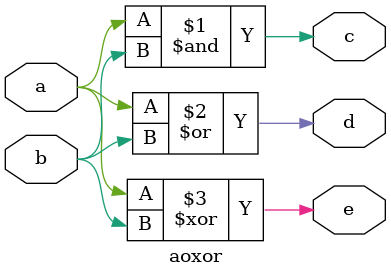
<source format=v>
module aoxor(c,d,e,a,b);
	output c,d,e;
	input a,b;
        assign c = a&b;
	assign d = a|b;
  	assign e = a^b;

endmodule

</source>
